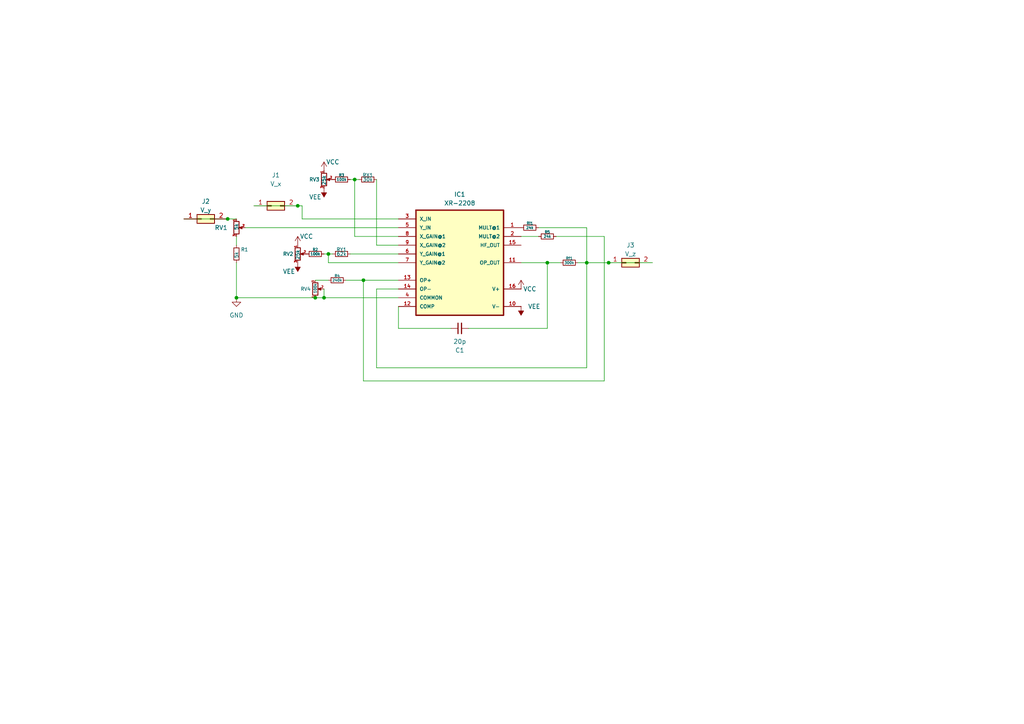
<source format=kicad_sch>
(kicad_sch (version 20250114) (generator "eeschema") (generator_version "9.0")
  (paper "A4")
  (lib_symbols
    (symbol "Connector_Generic:Conn_02x01" (pin_names (offset 1.016) (hide yes))
      (property "Reference" "J" (at 1.27 2.54 0))
      (property "Value" "Conn_02x01" (at 1.27 -2.54 0))
      (symbol "Conn_02x01_1_1"
        (rectangle (start -1.27 1.27) (end 3.81 -1.27) (stroke (width 0.254)) (fill (type background)))
        (rectangle (start -1.27 0.127) (end 0 -0.127) (stroke (width 0.1524)))
        (rectangle (start 3.81 0.127) (end 2.54 -0.127) (stroke (width 0.1524)))
        (pin passive line (at -5.08 0 0) (length 3.81) (name "Pin_1") (number "1"))
        (pin passive line (at 7.62 0 180) (length 3.81) (name "Pin_2") (number "2"))
      )
    )
    (symbol "Device:C_Small" (pin_numbers (hide yes)) (pin_names (offset 0.254) (hide yes))
      (property "Reference" "C" (at 0.254 1.778 0))
      (property "Value" "C_Small" (at 0.254 -2.032 0))
      (symbol "C_Small_0_1"
        (polyline (pts (xy -1.524 0.508) (xy 1.524 0.508)) (stroke (width 0.3048)))
        (polyline (pts (xy -1.524 -0.508) (xy 1.524 -0.508)) (stroke (width 0.3302)))
      )
      (symbol "C_Small_1_1"
        (pin passive line (at 0 2.54 270) (length 2.032) (name "~") (number "1"))
        (pin passive line (at 0 -2.54 90) (length 2.032) (name "~") (number "2"))
      )
    )
    (symbol "Device:R_Potentiometer_Small" (pin_names (offset 1.016) (hide yes))
      (property "Reference" "RV" (at -4.445 0 90))
      (property "Value" "R_Potentiometer_Small" (at -2.54 0 90))
      (symbol "R_Potentiometer_Small_0_1"
        (rectangle (start 0.762 1.8034) (end -0.762 -1.8034) (stroke (width 0.254)))
        (polyline (pts (xy 0.889 0) (xy 0.635 0) (xy 1.651 0.381) (xy 1.651 -0.381) (xy 0.635 0) (xy 0.889 0)) (fill (type outline)))
      )
      (symbol "R_Potentiometer_Small_1_1"
        (pin passive line (at 0 2.54 270) (length 0.635) (name "1") (number "1"))
        (pin passive line (at 0 -2.54 90) (length 0.635) (name "3") (number "3"))
        (pin passive line (at 2.54 0 180) (length 0.9906) (name "2") (number "2"))
      )
    )
    (symbol "Device:R_Small" (pin_numbers (hide yes)) (pin_names (offset 0.254) (hide yes))
      (property "Reference" "R" (at 0 0 90))
      (property "Value" "R_Small" (at 1.778 0 90))
      (symbol "R_Small_0_1"
        (rectangle (start -0.762 1.778) (end 0.762 -1.778) (stroke (width 0.2032)))
      )
      (symbol "R_Small_1_1"
        (pin passive line (at 0 2.54 270) (length 0.762) (name "~") (number "1"))
        (pin passive line (at 0 -2.54 90) (length 0.762) (name "~") (number "2"))
      )
    )
    (symbol "XR2208:XR-2208" (pin_names (offset 1.016))
      (property "Reference" "IC" (at -12.7 15.875 0))
      (property "Value" "XR-2208" (at -12.7 -17.78 0))
      (symbol "XR-2208_0_0"
        (rectangle (start -12.7 -15.24) (end 12.7 15.24) (stroke (width 0.4064)) (fill (type background)))
        (pin input line (at -17.78 12.7 0) (length 5.08) (name "X_IN") (number "3"))
        (pin input line (at -17.78 10.16 0) (length 5.08) (name "Y_IN") (number "5"))
        (pin input line (at -17.78 7.62 0) (length 5.08) (name "X_GAIN@1") (number "8"))
        (pin input line (at -17.78 5.08 0) (length 5.08) (name "X_GAIN@2") (number "9"))
        (pin input line (at -17.78 2.54 0) (length 5.08) (name "Y_GAIN@1") (number "6"))
        (pin input line (at -17.78 0 0) (length 5.08) (name "Y_GAIN@2") (number "7"))
        (pin input line (at -17.78 -5.08 0) (length 5.08) (name "OP+") (number "13"))
        (pin input line (at -17.78 -7.62 0) (length 5.08) (name "OP-") (number "14"))
        (pin input line (at -17.78 -10.16 0) (length 5.08) (name "COMMON") (number "4"))
        (pin input line (at -17.78 -12.7 0) (length 5.08) (name "COMP") (number "12"))
        (pin output line (at 17.78 10.16 180) (length 5.08) (name "MULT@1") (number "1"))
        (pin output line (at 17.78 7.62 180) (length 5.08) (name "MULT@2") (number "2"))
        (pin output line (at 17.78 5.08 180) (length 5.08) (name "HF_OUT") (number "15"))
        (pin output line (at 17.78 0 180) (length 5.08) (name "OP_OUT") (number "11"))
        (pin power_in line (at 17.78 -7.62 180) (length 5.08) (name "V+") (number "16"))
        (pin power_in line (at 17.78 -12.7 180) (length 5.08) (name "V-") (number "10"))
      )
    )
    (symbol "power:GND" (power) (pin_numbers (hide yes)) (pin_names (offset 0) (hide yes))
      (property "Value" "GND" (at 0 -3.81 0))
      (symbol "GND_0_1"
        (polyline (pts (xy 0 0) (xy 0 -1.27) (xy 1.27 -1.27) (xy 0 -2.54) (xy -1.27 -1.27) (xy 0 -1.27)))
      )
      (symbol "GND_1_1"
        (pin power_in line (at 0 0 270) (length 0) (name "~") (number "1"))
      )
    )
    (symbol "power:VCC" (power) (pin_numbers (hide yes)) (pin_names (offset 0) (hide yes))
      (property "Value" "VCC" (at 0 3.556 0))
      (symbol "VCC_0_1"
        (polyline (pts (xy -0.762 1.27) (xy 0 2.54)))
        (polyline (pts (xy 0 2.54) (xy 0.762 1.27)))
        (polyline (pts (xy 0 0) (xy 0 2.54)))
      )
      (symbol "VCC_1_1"
        (pin power_in line (at 0 0 90) (length 0) (name "~") (number "1"))
      )
    )
    (symbol "power:VEE" (power) (pin_numbers (hide yes)) (pin_names (offset 0) (hide yes))
      (property "Value" "VEE" (at 0 3.556 0))
      (symbol "VEE_0_1"
        (polyline (pts (xy 0 0) (xy 0 2.54)))
        (polyline (pts (xy 0.762 1.27) (xy -0.762 1.27) (xy 0 2.54) (xy 0.762 1.27)) (fill (type outline)))
      )
      (symbol "VEE_1_1"
        (pin power_in line (at 0 0 90) (length 0) (name "~") (number "1"))
      )
    )
  )
  (junction (at 170.18 76.2))
  (junction (at 66.04 63.5))
  (junction (at 91.44 86.36))
  (junction (at 176.53 76.2))
  (junction (at 105.41 81.28))
  (junction (at 93.98 86.36))
  (junction (at 68.58 86.36))
  (junction (at 158.75 76.2))
  (junction (at 102.87 52.07))
  (junction (at 95.25 73.66))
  (junction (at 86.36 59.69))
  (wire (pts (xy 105.41 81.28) (xy 115.57 81.28)))
  (wire (pts (xy 66.04 63.5) (xy 68.58 63.5)))
  (wire (pts (xy 156.21 66.04) (xy 170.18 66.04)))
  (wire (pts (xy 102.87 52.07) (xy 102.87 68.58)))
  (wire (pts (xy 115.57 88.9) (xy 115.57 95.25)))
  (wire (pts (xy 109.22 52.07) (xy 109.22 71.12)))
  (wire (pts (xy 93.98 83.82) (xy 93.98 86.36)))
  (wire (pts (xy 95.25 76.2) (xy 95.25 73.66)))
  (wire (pts (xy 115.57 95.25) (xy 130.81 95.25)))
  (wire (pts (xy 93.98 86.36) (xy 115.57 86.36)))
  (wire (pts (xy 170.18 106.68) (xy 109.22 106.68)))
  (wire (pts (xy 87.63 63.5) (xy 115.57 63.5)))
  (wire (pts (xy 71.12 66.04) (xy 115.57 66.04)))
  (wire (pts (xy 135.89 95.25) (xy 158.75 95.25)))
  (wire (pts (xy 101.6 73.66) (xy 115.57 73.66)))
  (wire (pts (xy 87.63 59.69) (xy 86.36 59.69)))
  (wire (pts (xy 175.26 68.58) (xy 175.26 110.49)))
  (wire (pts (xy 161.29 68.58) (xy 175.26 68.58)))
  (wire (pts (xy 158.75 95.25) (xy 158.75 76.2)))
  (wire (pts (xy 91.44 86.36) (xy 93.98 86.36)))
  (wire (pts (xy 170.18 76.2) (xy 170.18 106.68)))
  (wire (pts (xy 170.18 66.04) (xy 170.18 76.2)))
  (wire (pts (xy 91.44 81.28) (xy 95.25 81.28)))
  (wire (pts (xy 175.26 110.49) (xy 105.41 110.49)))
  (wire (pts (xy 156.21 68.58) (xy 151.13 68.58)))
  (wire (pts (xy 100.33 81.28) (xy 105.41 81.28)))
  (wire (pts (xy 109.22 71.12) (xy 115.57 71.12)))
  (wire (pts (xy 68.58 86.36) (xy 91.44 86.36)))
  (wire (pts (xy 73.66 59.69) (xy 86.36 59.69)))
  (wire (pts (xy 102.87 68.58) (xy 115.57 68.58)))
  (wire (pts (xy 102.87 52.07) (xy 104.14 52.07)))
  (wire (pts (xy 109.22 106.68) (xy 109.22 83.82)))
  (wire (pts (xy 115.57 76.2) (xy 95.25 76.2)))
  (wire (pts (xy 167.64 76.2) (xy 170.18 76.2)))
  (wire (pts (xy 176.53 76.2) (xy 170.18 76.2)))
  (wire (pts (xy 87.63 59.69) (xy 87.63 63.5)))
  (wire (pts (xy 158.75 76.2) (xy 162.56 76.2)))
  (wire (pts (xy 53.34 63.5) (xy 66.04 63.5)))
  (wire (pts (xy 109.22 83.82) (xy 115.57 83.82)))
  (wire (pts (xy 93.98 73.66) (xy 95.25 73.66)))
  (wire (pts (xy 95.25 73.66) (xy 96.52 73.66)))
  (wire (pts (xy 68.58 76.2) (xy 68.58 86.36)))
  (wire (pts (xy 101.6 52.07) (xy 102.87 52.07)))
  (wire (pts (xy 158.75 76.2) (xy 151.13 76.2)))
  (wire (pts (xy 105.41 110.49) (xy 105.41 81.28)))
  (wire (pts (xy 176.53 76.2) (xy 189.23 76.2)))
  (wire (pts (xy 68.58 68.58) (xy 68.58 71.12)))
  (symbol (lib_id "Device:R_Potentiometer_Small") (at 86.36 73.66 0) (unit 1)
    (property "Reference" "RV2" (at 85.09 73.66 0) (effects (font (size 1.016 1.016)) (justify right)))
    (property "Value" "25k" (at 86.36 72.39 90) (effects (font (size 1.016 1.016)) (justify right)))
    (property "Footprint" "Potentiometer_THT:Potentiometer_Bourns_3296W_Vertical" (effects (hide yes)))
    (property "Description" "Potentiometer" (effects (hide yes)))
  )
  (symbol (lib_id "power:VCC") (at 93.98 49.53 0) (unit 1)
    (property "Reference" "#PWR07" (effects (hide yes)))
    (property "Value" "VCC" (at 96.52 46.99 0))
    (property "Description" "Power symbol creates a global label with name \"VCC\"" (effects (hide yes)))
  )
  (symbol (lib_id "power:VEE") (at 151.13 88.9 180) (unit 1)
    (property "Reference" "#PWR02" (effects (hide yes)))
    (property "Value" "VEE" (at 154.94 88.9 0))
    (property "Description" "Power symbol creates a global label with name \"VEE\"" (effects (hide yes)))
  )
  (symbol (lib_id "Device:R_Potentiometer_Small") (at 91.44 83.82 0) (mirror x) (unit 1)
    (property "Reference" "RV4" (at 90.17 83.82 0) (effects (font (size 1.016 1.016)) (justify right)))
    (property "Value" "100k" (at 91.44 85.09 90) (effects (font (size 0.762 0.762)) (justify right)))
    (property "Footprint" "Potentiometer_THT:Potentiometer_Bourns_3296W_Vertical" (effects (hide yes)))
    (property "Description" "Potentiometer" (effects (hide yes)))
  )
  (symbol (lib_id "Device:R_Small") (at 165.1 76.2 90) (unit 1)
    (property "Reference" "Rf1" (at 165.1 74.93 90) (effects (font (size 0.762 0.762))))
    (property "Value" "300k" (at 165.1 76.2 90) (effects (font (size 0.762 0.762))))
    (property "Footprint" "Resistor_THT:R_Axial_DIN0207_L6.3mm_D2.5mm_P10.16mm_Horizontal" (effects (hide yes)))
    (property "Description" "Resistor, small symbol" (effects (hide yes)))
  )
  (symbol (lib_id "Device:R_Small") (at 158.75 68.58 90) (unit 1)
    (property "Reference" "R5" (at 158.75 67.31 90) (effects (font (size 0.762 0.762))))
    (property "Value" "24k" (at 158.75 68.58 90) (effects (font (size 0.762 0.762))))
    (property "Footprint" "Resistor_THT:R_Axial_DIN0207_L6.3mm_D2.5mm_P10.16mm_Horizontal" (effects (hide yes)))
    (property "Description" "Resistor, small symbol" (effects (hide yes)))
  )
  (symbol (lib_id "Device:R_Small") (at 106.68 52.07 90) (unit 1)
    (property "Reference" "RX1" (at 106.68 50.8 90) (effects (font (size 1.016 1.016))))
    (property "Value" "30k" (at 106.68 52.07 90) (effects (font (size 1.016 1.016))))
    (property "Footprint" "Resistor_THT:R_Axial_DIN0207_L6.3mm_D2.5mm_P10.16mm_Horizontal" (effects (hide yes)))
    (property "Description" "Resistor, small symbol" (effects (hide yes)))
  )
  (symbol (lib_id "Device:R_Small") (at 97.79 81.28 90) (unit 1)
    (property "Reference" "R4" (at 97.79 80.01 90) (effects (font (size 0.762 0.762))))
    (property "Value" "240k" (at 97.79 81.28 90) (effects (font (size 0.762 0.762))))
    (property "Footprint" "Resistor_THT:R_Axial_DIN0207_L6.3mm_D2.5mm_P10.16mm_Horizontal" (effects (hide yes)))
    (property "Description" "Resistor, small symbol" (effects (hide yes)))
  )
  (symbol (lib_id "Device:R_Small") (at 153.67 66.04 90) (unit 1)
    (property "Reference" "Ri1" (at 153.67 64.77 90) (effects (font (size 0.762 0.762))))
    (property "Value" "24k" (at 153.67 66.04 90) (effects (font (size 0.762 0.762))))
    (property "Footprint" "Resistor_THT:R_Axial_DIN0207_L6.3mm_D2.5mm_P10.16mm_Horizontal" (effects (hide yes)))
    (property "Description" "Resistor, small symbol" (effects (hide yes)))
  )
  (symbol (lib_id "Device:R_Small") (at 91.44 73.66 90) (unit 1)
    (property "Reference" "R2" (at 91.44 72.39 90) (effects (font (size 0.762 0.762))))
    (property "Value" "100k" (at 91.44 73.66 90) (effects (font (size 0.762 0.762))))
    (property "Footprint" "Resistor_THT:R_Axial_DIN0207_L6.3mm_D2.5mm_P10.16mm_Horizontal" (effects (hide yes)))
    (property "Description" "Resistor, small symbol" (effects (hide yes)))
  )
  (symbol (lib_id "XR2208:XR-2208") (at 133.35 76.2 0) (unit 1)
    (property "Reference" "IC1" (at 133.35 56.388 0))
    (property "Value" "XR-2208" (at 133.35 58.928 0))
    (property "Footprint" "Package_DIP:DIP-16_W7.62mm" (effects (hide yes)))
    (property "MF" "Exar" (effects (hide yes)))
    (property "Description_1" "CI  XR 2208 CP   BOITIER DIL-16" (effects (hide yes)))
    (property "Package" "None" (effects (hide yes)))
    (property "Price" "None" (effects (hide yes)))
    (property "OC_FARNELL" "unknown" (effects (hide yes)))
    (property "SnapEDA_Link" "https://www.snapeda.com/parts/XR-2208/Exar/view-part/?ref=snap" (effects (hide yes)))
    (property "MP" "XR-2208" (effects (hide yes)))
    (property "OC_NEWARK" "unknown" (effects (hide yes)))
    (property "Availability" "Not in stock" (effects (hide yes)))
    (property "Check_prices" "https://www.snapeda.com/parts/XR-2208/Exar/view-part/?ref=eda" (effects (hide yes)))
  )
  (symbol (lib_id "power:GND") (at 68.58 86.36 0) (unit 1)
    (property "Reference" "#PWR04" (effects (hide yes)))
    (property "Value" "GND" (at 68.58 91.44 0))
    (property "Description" "Power symbol creates a global label with name \"GND\" , ground" (effects (hide yes)))
  )
  (symbol (lib_id "Connector_Generic:Conn_02x01") (at 58.42 63.5 0) (unit 1)
    (property "Reference" "J2" (at 59.69 58.42 0))
    (property "Value" "V_y" (at 59.69 60.96 0))
    (property "Footprint" "Connector_PinHeader_2.54mm:PinHeader_2x01_P2.54mm_Vertical" (effects (hide yes)))
    (property "Description" "Generic connector, double row, 02x01, this symbol is compatible with counter-clockwise, top-bottom and odd-even numbering schemes., script generated (kicad-library-utils/schlib/autogen/connector/)" (effects (hide yes)))
  )
  (symbol (lib_id "power:VCC") (at 86.36 71.12 0) (unit 1)
    (property "Reference" "#PWR05" (effects (hide yes)))
    (property "Value" "VCC" (at 88.9 68.58 0))
    (property "Description" "Power symbol creates a global label with name \"VCC\"" (effects (hide yes)))
  )
  (symbol (lib_id "Device:R_Potentiometer_Small") (at 68.58 66.04 0) (unit 1)
    (property "Reference" "RV1" (at 66.04 66.04 0) (effects (justify right)))
    (property "Value" "5k" (at 68.58 64.77 90) (effects (font (size 1.016 1.016)) (justify right)))
    (property "Footprint" "Potentiometer_THT:Potentiometer_Bourns_3296W_Vertical" (effects (hide yes)))
    (property "Description" "Potentiometer" (effects (hide yes)))
  )
  (symbol (lib_id "power:VCC") (at 151.13 83.82 0) (unit 1)
    (property "Reference" "#PWR01" (effects (hide yes)))
    (property "Value" "VCC" (at 153.67 83.82 0))
    (property "Description" "Power symbol creates a global label with name \"VCC\"" (effects (hide yes)))
  )
  (symbol (lib_id "Connector_Generic:Conn_02x01") (at 78.74 59.69 0) (unit 1)
    (property "Reference" "J1" (at 80.01 50.8 0))
    (property "Value" "V_x" (at 80.01 53.34 0))
    (property "Footprint" "Connector_PinHeader_2.54mm:PinHeader_2x01_P2.54mm_Vertical" (effects (hide yes)))
    (property "Description" "Generic connector, double row, 02x01, this symbol is compatible with counter-clockwise, top-bottom and odd-even numbering schemes., script generated (kicad-library-utils/schlib/autogen/connector/)" (effects (hide yes)))
  )
  (symbol (lib_id "Device:C_Small") (at 133.35 95.25 90) (mirror x) (unit 1)
    (property "Reference" "C1" (at 133.3563 101.6 90))
    (property "Value" "20p" (at 133.3563 99.06 90))
    (property "Footprint" "Capacitor_THT:C_Disc_D3.0mm_W1.6mm_P2.50mm" (effects (hide yes)))
    (property "Description" "Unpolarized capacitor, small symbol" (effects (hide yes)))
  )
  (symbol (lib_id "Device:R_Potentiometer_Small") (at 93.98 52.07 0) (unit 1)
    (property "Reference" "RV3" (at 92.71 52.07 0) (effects (font (size 1.016 1.016)) (justify right)))
    (property "Value" "25k" (at 93.98 50.8 90) (effects (font (size 1.016 1.016)) (justify right)))
    (property "Footprint" "Potentiometer_THT:Potentiometer_Bourns_3296W_Vertical" (effects (hide yes)))
    (property "Description" "Potentiometer" (effects (hide yes)))
  )
  (symbol (lib_id "Device:R_Small") (at 99.06 73.66 90) (unit 1)
    (property "Reference" "RY1" (at 99.06 72.39 90) (effects (font (size 1.016 1.016))))
    (property "Value" "62k" (at 99.06 73.66 90) (effects (font (size 1.016 1.016))))
    (property "Footprint" "Resistor_THT:R_Axial_DIN0207_L6.3mm_D2.5mm_P10.16mm_Horizontal" (effects (hide yes)))
    (property "Description" "Resistor, small symbol" (effects (hide yes)))
  )
  (symbol (lib_id "Device:R_Small") (at 99.06 52.07 90) (unit 1)
    (property "Reference" "R3" (at 99.06 50.8 90) (effects (font (size 0.762 0.762))))
    (property "Value" "100k" (at 99.06 52.07 90) (effects (font (size 0.762 0.762))))
    (property "Footprint" "Resistor_THT:R_Axial_DIN0207_L6.3mm_D2.5mm_P10.16mm_Horizontal" (effects (hide yes)))
    (property "Description" "Resistor, small symbol" (effects (hide yes)))
  )
  (symbol (lib_id "Device:R_Small") (at 68.58 73.66 0) (unit 1)
    (property "Reference" "R1" (at 69.85 72.39 0) (effects (font (size 1.016 1.016)) (justify left)))
    (property "Value" "5k" (at 68.58 74.93 90) (effects (font (size 1.016 1.016)) (justify left)))
    (property "Footprint" "Resistor_THT:R_Axial_DIN0207_L6.3mm_D2.5mm_P10.16mm_Horizontal" (effects (hide yes)))
    (property "Description" "Resistor, small symbol" (effects (hide yes)))
  )
  (symbol (lib_id "Connector_Generic:Conn_02x01") (at 181.61 76.2 0) (unit 1)
    (property "Reference" "J3" (at 182.88 71.12 0))
    (property "Value" "V_z" (at 182.88 73.66 0))
    (property "Footprint" "Connector_PinHeader_2.54mm:PinHeader_2x01_P2.54mm_Vertical" (effects (hide yes)))
    (property "Description" "Generic connector, double row, 02x01, this symbol is compatible with counter-clockwise, top-bottom and odd-even numbering schemes., script generated (kicad-library-utils/schlib/autogen/connector/)" (effects (hide yes)))
  )
  (symbol (lib_id "power:VEE") (at 93.98 54.61 180) (unit 1)
    (property "Reference" "#PWR08" (effects (hide yes)))
    (property "Value" "VEE" (at 91.44 57.15 0))
    (property "Description" "Power symbol creates a global label with name \"VEE\"" (effects (hide yes)))
  )
  (symbol (lib_id "power:VEE") (at 86.36 76.2 180) (unit 1)
    (property "Reference" "#PWR06" (effects (hide yes)))
    (property "Value" "VEE" (at 83.82 78.74 0))
    (property "Description" "Power symbol creates a global label with name \"VEE\"" (effects (hide yes)))
  )
)
</source>
